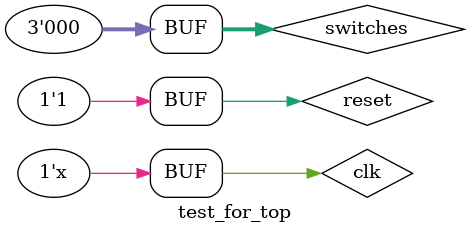
<source format=v>
`timescale 1ns / 1ps


module test_for_top;

	// Inputs
	reg clk;
	reg reset;
   reg [2:0]switches;
	wire [7:0] LED;
	// Instantiate the Unit Under Test (UUT)
	Top uut (
		.clock(clk), 
		.reset(reset),
		.switches(switches),
		.LED(LED)
	);

	initial begin
		// Initialize Inputs
		clk <= 0;
		reset <= 0;
      switches <=0;
		// Wait 100 ns for global reset to finish
		#1100;
      reset <= 1;  
		// Add stimulus here

	end
   
   always
   #50 clk=~clk;   
endmodule


</source>
